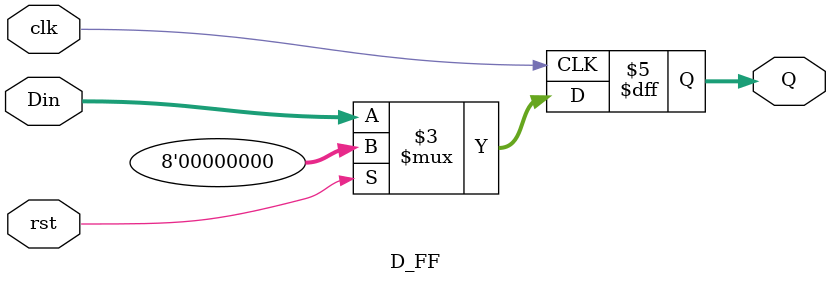
<source format=v>
`timescale 1ns / 1ps

module D_FF(input signed [7:0]Din,input clk,input rst,output reg signed [7:0] Q);

always@(posedge clk)
    begin
    if(rst)// operateds at clear =1
        Q<=0;
    else
        Q<=Din;
    end
endmodule

</source>
